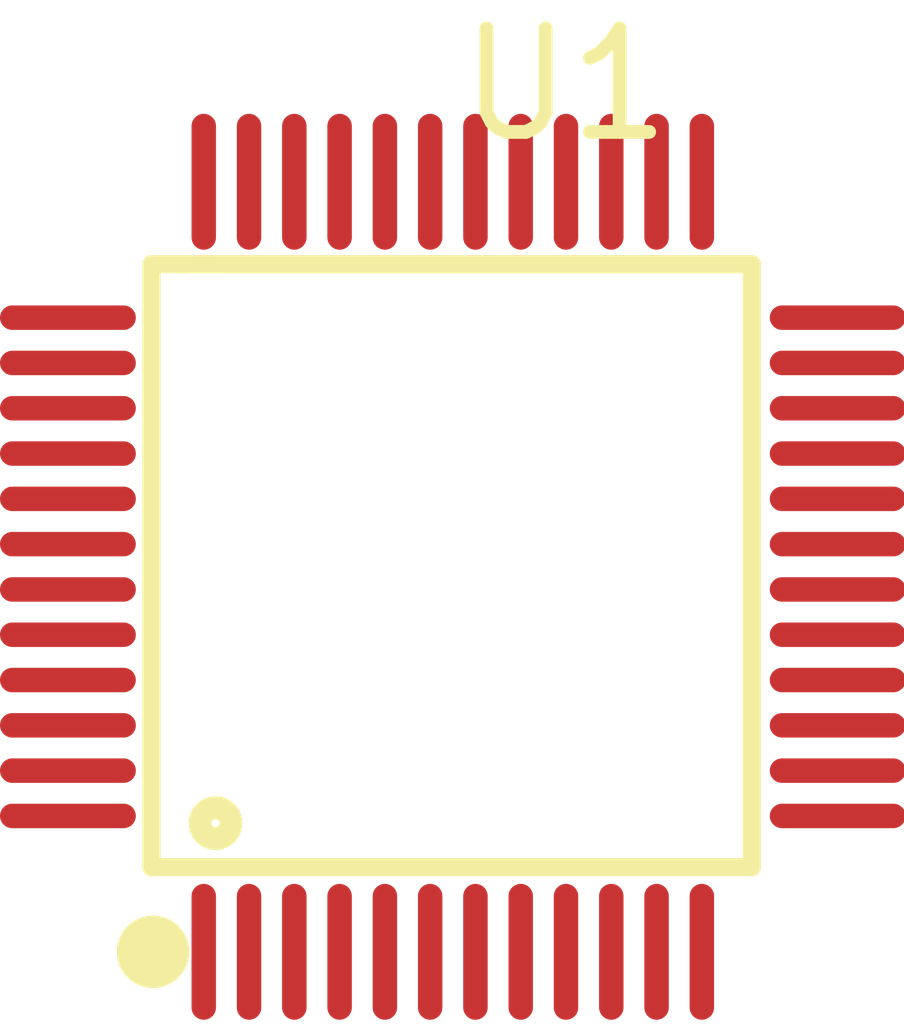
<source format=kicad_pcb>
(kicad_pcb (version 20171130) (host pcbnew "(5.1.5)-3") (page "A4") (layers (0 "F.Cu" signal) (31 "B.Cu" signal) (32 "B.Adhes" user) (33 "F.Adhes" user) (34 "B.Paste" user) (35 "F.Paste" user) (36 "B.SilkS" user) (37 "F.SilkS" user) (38 "B.Mask" user) (39 "F.Mask" user) (40 "Dwgs.User" user) (41 "Cmts.User" user) (42 "Eco1.User" user) (43 "Eco2.User" user) (44 "Edge.Cuts" user) (45 "Margin" user) (46 "B.CrtYd" user) (47 "F.CrtYd" user) (48 "B.Fab" user hide) (49 "F.Fab" user hide)) (net 0 "") (module "easyeda:LQFP-48_L7.0-W7.0-P0.50-LS9.0-BL" (layer "F.Cu") (at 12.7 12.7) (attr smd) (fp_text value "LQFP-48_L7.0-W7.0-P0.50-LS9.0-BL" (at 0 -7.099 0) (layer "F.Fab") hide (effects (font (size 1.143 1.143) (thickness 0.152)) (justify left))) (fp_text reference "U1" (at 0 -5.321 0) (layer "F.SilkS") (effects (font (size 1.143 1.143) (thickness 0.152)) (justify left))) (fp_circle (center -2.75 4.75) (end -2.6 4.75) (layer "Cmts.User") (width 0.3)) (fp_line (start -2.896 -3.34) (end 3.302 -3.34) (width 0.2) (layer "F.SilkS")) (fp_line (start 3.302 -3.34) (end 3.302 3.315) (width 0.2) (layer "F.SilkS")) (fp_line (start 3.302 3.315) (end -3.327 3.315) (width 0.2) (layer "F.SilkS")) (fp_line (start -3.327 3.315) (end -3.327 -3.34) (width 0.2) (layer "F.SilkS")) (fp_line (start -3.327 -3.34) (end -2.565 -3.34) (width 0.2) (layer "F.SilkS")) (fp_arc (start -3.31 4.25) (end -3.309 4.05) (angle 359.272) (width 0.4) (layer "F.SilkS")) (fp_circle (center -2.62 2.83) (end -2.45 2.83) (layer "F.SilkS") (width 0.254)) (pad 1 smd oval (at -2.75 4.25 0) (size 0.27 1.5) (layers "F.Cu" "F.Paste" "F.Mask")) (pad 2 smd oval (at -2.25 4.25 0) (size 0.27 1.5) (layers "F.Cu" "F.Paste" "F.Mask")) (pad 3 smd oval (at -1.75 4.25 0) (size 0.27 1.5) (layers "F.Cu" "F.Paste" "F.Mask")) (pad 4 smd oval (at -1.25 4.25 0) (size 0.27 1.5) (layers "F.Cu" "F.Paste" "F.Mask")) (pad 5 smd oval (at -0.75 4.25 0) (size 0.27 1.5) (layers "F.Cu" "F.Paste" "F.Mask")) (pad 6 smd oval (at -0.25 4.25 0) (size 0.27 1.5) (layers "F.Cu" "F.Paste" "F.Mask")) (pad 7 smd oval (at 0.25 4.25 0) (size 0.27 1.5) (layers "F.Cu" "F.Paste" "F.Mask")) (pad 8 smd oval (at 0.75 4.25 0) (size 0.27 1.5) (layers "F.Cu" "F.Paste" "F.Mask")) (pad 9 smd oval (at 1.25 4.25 0) (size 0.27 1.5) (layers "F.Cu" "F.Paste" "F.Mask")) (pad 10 smd oval (at 1.75 4.25 0) (size 0.27 1.5) (layers "F.Cu" "F.Paste" "F.Mask")) (pad 11 smd oval (at 2.25 4.25 0) (size 0.27 1.5) (layers "F.Cu" "F.Paste" "F.Mask")) (pad 12 smd oval (at 2.75 4.25 0) (size 0.27 1.5) (layers "F.Cu" "F.Paste" "F.Mask")) (pad 13 smd oval (at 4.25 2.75 0) (size 1.5 0.27) (layers "F.Cu" "F.Paste" "F.Mask")) (pad 14 smd oval (at 4.25 2.25 0) (size 1.5 0.27) (layers "F.Cu" "F.Paste" "F.Mask")) (pad 15 smd oval (at 4.25 1.75 0) (size 1.5 0.27) (layers "F.Cu" "F.Paste" "F.Mask")) (pad 16 smd oval (at 4.25 1.25 0) (size 1.5 0.27) (layers "F.Cu" "F.Paste" "F.Mask")) (pad 17 smd oval (at 4.25 0.75 0) (size 1.5 0.27) (layers "F.Cu" "F.Paste" "F.Mask")) (pad 18 smd oval (at 4.25 0.25 0) (size 1.5 0.27) (layers "F.Cu" "F.Paste" "F.Mask")) (pad 19 smd oval (at 4.25 -0.25 0) (size 1.5 0.27) (layers "F.Cu" "F.Paste" "F.Mask")) (pad 20 smd oval (at 4.25 -0.75 0) (size 1.5 0.27) (layers "F.Cu" "F.Paste" "F.Mask")) (pad 21 smd oval (at 4.25 -1.25 0) (size 1.5 0.27) (layers "F.Cu" "F.Paste" "F.Mask")) (pad 22 smd oval (at 4.25 -1.75 0) (size 1.5 0.27) (layers "F.Cu" "F.Paste" "F.Mask")) (pad 23 smd oval (at 4.25 -2.25 0) (size 1.5 0.27) (layers "F.Cu" "F.Paste" "F.Mask")) (pad 24 smd oval (at 4.25 -2.75 0) (size 1.5 0.27) (layers "F.Cu" "F.Paste" "F.Mask")) (pad 25 smd oval (at 2.75 -4.25 0) (size 0.27 1.5) (layers "F.Cu" "F.Paste" "F.Mask")) (pad 26 smd oval (at 2.25 -4.25 0) (size 0.27 1.5) (layers "F.Cu" "F.Paste" "F.Mask")) (pad 27 smd oval (at 1.75 -4.25 0) (size 0.27 1.5) (layers "F.Cu" "F.Paste" "F.Mask")) (pad 28 smd oval (at 1.25 -4.25 0) (size 0.27 1.5) (layers "F.Cu" "F.Paste" "F.Mask")) (pad 29 smd oval (at 0.75 -4.25 0) (size 0.27 1.5) (layers "F.Cu" "F.Paste" "F.Mask")) (pad 30 smd oval (at 0.25 -4.25 0) (size 0.27 1.5) (layers "F.Cu" "F.Paste" "F.Mask")) (pad 31 smd oval (at -0.25 -4.25 0) (size 0.27 1.5) (layers "F.Cu" "F.Paste" "F.Mask")) (pad 32 smd oval (at -0.75 -4.25 0) (size 0.27 1.5) (layers "F.Cu" "F.Paste" "F.Mask")) (pad 33 smd oval (at -1.25 -4.25 0) (size 0.27 1.5) (layers "F.Cu" "F.Paste" "F.Mask")) (pad 34 smd oval (at -1.75 -4.25 0) (size 0.27 1.5) (layers "F.Cu" "F.Paste" "F.Mask")) (pad 35 smd oval (at -2.25 -4.25 0) (size 0.27 1.5) (layers "F.Cu" "F.Paste" "F.Mask")) (pad 36 smd oval (at -2.75 -4.25 0) (size 0.27 1.5) (layers "F.Cu" "F.Paste" "F.Mask")) (pad 37 smd oval (at -4.25 -2.75 0) (size 1.5 0.27) (layers "F.Cu" "F.Paste" "F.Mask")) (pad 38 smd oval (at -4.25 -2.25 0) (size 1.5 0.27) (layers "F.Cu" "F.Paste" "F.Mask")) (pad 39 smd oval (at -4.25 -1.75 0) (size 1.5 0.27) (layers "F.Cu" "F.Paste" "F.Mask")) (pad 40 smd oval (at -4.25 -1.25 0) (size 1.5 0.27) (layers "F.Cu" "F.Paste" "F.Mask")) (pad 41 smd oval (at -4.25 -0.75 0) (size 1.5 0.27) (layers "F.Cu" "F.Paste" "F.Mask")) (pad 42 smd oval (at -4.25 -0.25 0) (size 1.5 0.27) (layers "F.Cu" "F.Paste" "F.Mask")) (pad 43 smd oval (at -4.25 0.25 0) (size 1.5 0.27) (layers "F.Cu" "F.Paste" "F.Mask")) (pad 44 smd oval (at -4.25 0.75 0) (size 1.5 0.27) (layers "F.Cu" "F.Paste" "F.Mask")) (pad 45 smd oval (at -4.25 1.25 0) (size 1.5 0.27) (layers "F.Cu" "F.Paste" "F.Mask")) (pad 46 smd oval (at -4.25 1.75 0) (size 1.5 0.27) (layers "F.Cu" "F.Paste" "F.Mask")) (pad 47 smd oval (at -4.25 2.25 0) (size 1.5 0.27) (layers "F.Cu" "F.Paste" "F.Mask")) (pad 48 smd oval (at -4.25 2.75 0) (size 1.5 0.27) (layers "F.Cu" "F.Paste" "F.Mask")) (fp_text user gge457 (at 0 0) (layer "Cmts.User") (effects (font (size 1 1) (thickness 0.15))))))
</source>
